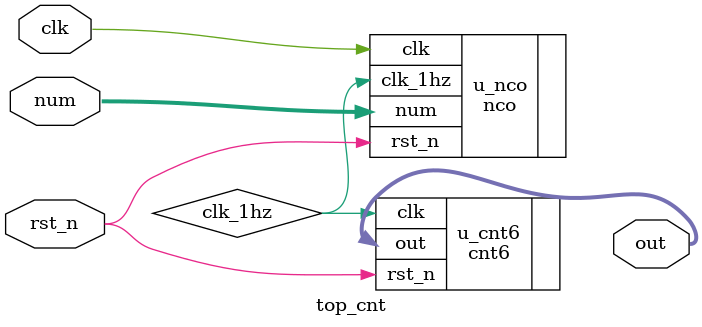
<source format=v>
module    top_cnt(    out,
                      num,
                      clk,
                      rst_n);
                      
output   [5:0]        out ;

input    [31:0]       num ;
input                 clk ;
input                 rst_n ;

wire                  clk_1hz ;

nco       u_nco(      .clk_1hz ( clk_1hz       ),
                      .num     ( num           ),
                      .clk     ( clk           ),
                      .rst_n   ( rst_n         ));
                      
cnt6      u_cnt6(     .out     ( out           ),
                      .clk     ( clk_1hz       ),
                      .rst_n   ( rst_n         ));
endmodule

</source>
